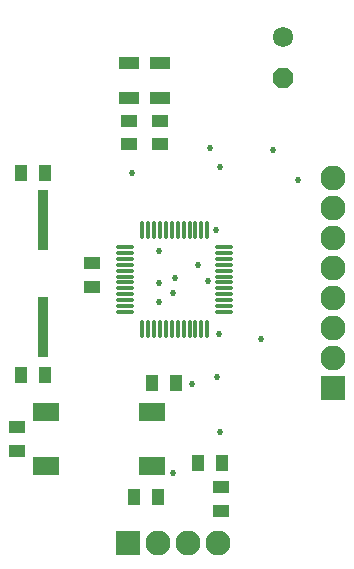
<source format=gts>
G04*
G04 #@! TF.GenerationSoftware,Altium Limited,Altium Designer,20.0.14 (345)*
G04*
G04 Layer_Color=8388736*
%FSAX44Y44*%
%MOMM*%
G71*
G01*
G75*
%ADD20O,1.5200X0.4200*%
%ADD21O,0.4200X1.5200*%
%ADD22R,1.1200X1.3700*%
%ADD23R,1.3700X1.1200*%
%ADD24R,1.7200X1.1200*%
%ADD25R,2.2200X1.5200*%
%ADD26R,0.9200X5.1200*%
%ADD27C,0.1200*%
%ADD28P,1.8617X8X112.5*%
%ADD29C,1.7200*%
%ADD30C,2.1200*%
%ADD31R,2.1200X2.1200*%
%ADD32R,2.1200X2.1200*%
%ADD33C,0.5200*%
D20*
X00367001Y00758500D02*
D03*
Y00753500D02*
D03*
Y00748500D02*
D03*
Y00743500D02*
D03*
Y00738500D02*
D03*
Y00733500D02*
D03*
Y00728500D02*
D03*
Y00723500D02*
D03*
Y00718500D02*
D03*
Y00713500D02*
D03*
Y00708500D02*
D03*
Y00703500D02*
D03*
X00451000D02*
D03*
Y00708500D02*
D03*
Y00713500D02*
D03*
Y00718500D02*
D03*
Y00723500D02*
D03*
Y00728500D02*
D03*
Y00733500D02*
D03*
Y00738500D02*
D03*
Y00743500D02*
D03*
Y00748500D02*
D03*
Y00753500D02*
D03*
Y00758500D02*
D03*
D21*
X00381500Y00689000D02*
D03*
X00386500D02*
D03*
X00391500D02*
D03*
X00396500D02*
D03*
X00401500D02*
D03*
X00406500D02*
D03*
X00411500D02*
D03*
X00416501D02*
D03*
X00421500D02*
D03*
X00426501D02*
D03*
X00431500D02*
D03*
X00436501D02*
D03*
Y00773000D02*
D03*
X00431500D02*
D03*
X00426501D02*
D03*
X00421500D02*
D03*
X00416501D02*
D03*
X00411500D02*
D03*
X00406500D02*
D03*
X00401500D02*
D03*
X00396500D02*
D03*
X00391500D02*
D03*
X00386500D02*
D03*
X00381500D02*
D03*
D22*
X00390000Y00643000D02*
D03*
X00410000D02*
D03*
X00374500Y00546500D02*
D03*
X00394500D02*
D03*
X00448750Y00576000D02*
D03*
X00428750D02*
D03*
X00279000Y00650000D02*
D03*
X00299000D02*
D03*
X00279000Y00821000D02*
D03*
X00299000D02*
D03*
D23*
X00448000Y00535250D02*
D03*
Y00555250D02*
D03*
X00339249Y00725000D02*
D03*
Y00745000D02*
D03*
X00396500Y00845500D02*
D03*
Y00865500D02*
D03*
X00370574Y00845499D02*
D03*
Y00865499D02*
D03*
X00275000Y00606000D02*
D03*
Y00586000D02*
D03*
D24*
X00396500Y00884500D02*
D03*
Y00914500D02*
D03*
X00370574Y00884500D02*
D03*
Y00914500D02*
D03*
D25*
X00300000Y00618501D02*
D03*
Y00573501D02*
D03*
X00390000Y00618501D02*
D03*
Y00573501D02*
D03*
D26*
X00297000Y00691000D02*
D03*
Y00781000D02*
D03*
D27*
X00530000Y00516000D02*
D03*
X00290000D02*
D03*
Y00956000D02*
D03*
D28*
X00501000Y00901500D02*
D03*
D29*
Y00936500D02*
D03*
D30*
X00445400Y00508000D02*
D03*
X00394600D02*
D03*
X00420000D02*
D03*
X00543000Y00817000D02*
D03*
Y00766200D02*
D03*
Y00690000D02*
D03*
Y00664600D02*
D03*
Y00715400D02*
D03*
Y00740800D02*
D03*
Y00791600D02*
D03*
D31*
X00369200Y00508000D02*
D03*
D32*
X00543000Y00639200D02*
D03*
D33*
X00445000Y00648250D02*
D03*
X00395500Y00712000D02*
D03*
X00372500Y00821500D02*
D03*
X00492500Y00840250D02*
D03*
X00447250Y00601500D02*
D03*
X00423750Y00642250D02*
D03*
X00446750Y00685250D02*
D03*
X00443750Y00773250D02*
D03*
X00482250Y00681000D02*
D03*
X00407250Y00567500D02*
D03*
Y00720000D02*
D03*
X00437000Y00730000D02*
D03*
X00428250Y00743500D02*
D03*
X00513000Y00815000D02*
D03*
X00447000Y00826000D02*
D03*
X00438396Y00842750D02*
D03*
X00395500Y00728000D02*
D03*
Y00755000D02*
D03*
X00409000Y00732000D02*
D03*
M02*

</source>
